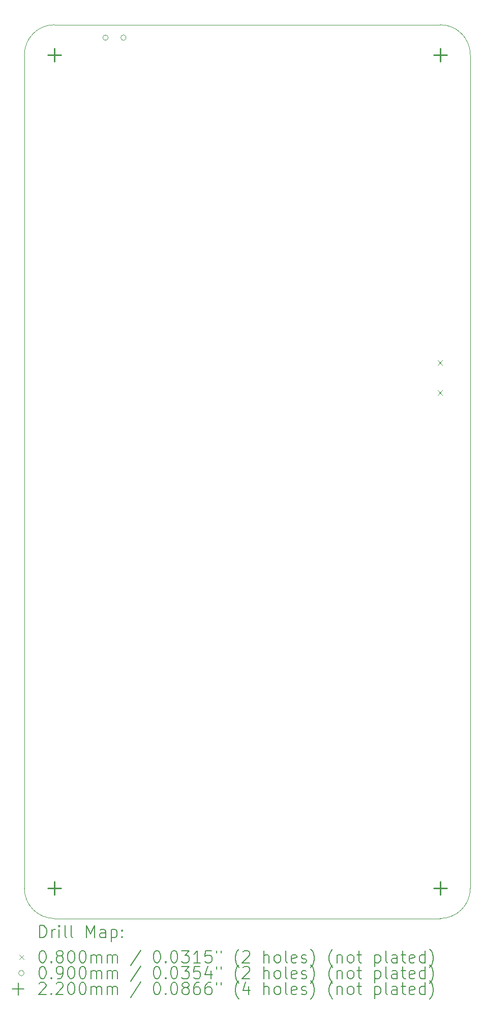
<source format=gbr>
%TF.GenerationSoftware,KiCad,Pcbnew,7.0.8*%
%TF.CreationDate,2023-10-29T23:59:53-04:00*%
%TF.ProjectId,SeniorDesign,53656e69-6f72-4446-9573-69676e2e6b69,rev?*%
%TF.SameCoordinates,Original*%
%TF.FileFunction,Drillmap*%
%TF.FilePolarity,Positive*%
%FSLAX45Y45*%
G04 Gerber Fmt 4.5, Leading zero omitted, Abs format (unit mm)*
G04 Created by KiCad (PCBNEW 7.0.8) date 2023-10-29 23:59:53*
%MOMM*%
%LPD*%
G01*
G04 APERTURE LIST*
%ADD10C,0.100000*%
%ADD11C,0.200000*%
%ADD12C,0.080000*%
%ADD13C,0.090000*%
%ADD14C,0.220000*%
G04 APERTURE END LIST*
D10*
X1975000Y-2400000D02*
X1975000Y-16275000D01*
X2475000Y-1900000D02*
G75*
G03*
X1975000Y-2400000I0J-500000D01*
G01*
X2475000Y-16775000D02*
X8900000Y-16775000D01*
X1975000Y-16275000D02*
G75*
G03*
X2475000Y-16775000I500000J0D01*
G01*
X9400000Y-2400000D02*
G75*
G03*
X8900000Y-1900000I-500000J0D01*
G01*
X8900000Y-16775000D02*
G75*
G03*
X9400000Y-16275000I0J500000D01*
G01*
X2475000Y-1900000D02*
X8900000Y-1900000D01*
X9400000Y-2400000D02*
X9400000Y-16275000D01*
D11*
D12*
X8854500Y-7485000D02*
X8934500Y-7565000D01*
X8934500Y-7485000D02*
X8854500Y-7565000D01*
X8854500Y-7985000D02*
X8934500Y-8065000D01*
X8934500Y-7985000D02*
X8854500Y-8065000D01*
D13*
X3370000Y-2114500D02*
G75*
G03*
X3370000Y-2114500I-45000J0D01*
G01*
X3670000Y-2114500D02*
G75*
G03*
X3670000Y-2114500I-45000J0D01*
G01*
D14*
X2475000Y-2290000D02*
X2475000Y-2510000D01*
X2365000Y-2400000D02*
X2585000Y-2400000D01*
X2475000Y-16165000D02*
X2475000Y-16385000D01*
X2365000Y-16275000D02*
X2585000Y-16275000D01*
X8900000Y-2290000D02*
X8900000Y-2510000D01*
X8790000Y-2400000D02*
X9010000Y-2400000D01*
X8900000Y-16165000D02*
X8900000Y-16385000D01*
X8790000Y-16275000D02*
X9010000Y-16275000D01*
D11*
X2230777Y-17091484D02*
X2230777Y-16891484D01*
X2230777Y-16891484D02*
X2278396Y-16891484D01*
X2278396Y-16891484D02*
X2306967Y-16901008D01*
X2306967Y-16901008D02*
X2326015Y-16920055D01*
X2326015Y-16920055D02*
X2335539Y-16939103D01*
X2335539Y-16939103D02*
X2345063Y-16977198D01*
X2345063Y-16977198D02*
X2345063Y-17005770D01*
X2345063Y-17005770D02*
X2335539Y-17043865D01*
X2335539Y-17043865D02*
X2326015Y-17062912D01*
X2326015Y-17062912D02*
X2306967Y-17081960D01*
X2306967Y-17081960D02*
X2278396Y-17091484D01*
X2278396Y-17091484D02*
X2230777Y-17091484D01*
X2430777Y-17091484D02*
X2430777Y-16958150D01*
X2430777Y-16996246D02*
X2440301Y-16977198D01*
X2440301Y-16977198D02*
X2449824Y-16967674D01*
X2449824Y-16967674D02*
X2468872Y-16958150D01*
X2468872Y-16958150D02*
X2487920Y-16958150D01*
X2554586Y-17091484D02*
X2554586Y-16958150D01*
X2554586Y-16891484D02*
X2545063Y-16901008D01*
X2545063Y-16901008D02*
X2554586Y-16910531D01*
X2554586Y-16910531D02*
X2564110Y-16901008D01*
X2564110Y-16901008D02*
X2554586Y-16891484D01*
X2554586Y-16891484D02*
X2554586Y-16910531D01*
X2678396Y-17091484D02*
X2659348Y-17081960D01*
X2659348Y-17081960D02*
X2649824Y-17062912D01*
X2649824Y-17062912D02*
X2649824Y-16891484D01*
X2783158Y-17091484D02*
X2764110Y-17081960D01*
X2764110Y-17081960D02*
X2754586Y-17062912D01*
X2754586Y-17062912D02*
X2754586Y-16891484D01*
X3011729Y-17091484D02*
X3011729Y-16891484D01*
X3011729Y-16891484D02*
X3078396Y-17034341D01*
X3078396Y-17034341D02*
X3145062Y-16891484D01*
X3145062Y-16891484D02*
X3145062Y-17091484D01*
X3326015Y-17091484D02*
X3326015Y-16986722D01*
X3326015Y-16986722D02*
X3316491Y-16967674D01*
X3316491Y-16967674D02*
X3297443Y-16958150D01*
X3297443Y-16958150D02*
X3259348Y-16958150D01*
X3259348Y-16958150D02*
X3240301Y-16967674D01*
X3326015Y-17081960D02*
X3306967Y-17091484D01*
X3306967Y-17091484D02*
X3259348Y-17091484D01*
X3259348Y-17091484D02*
X3240301Y-17081960D01*
X3240301Y-17081960D02*
X3230777Y-17062912D01*
X3230777Y-17062912D02*
X3230777Y-17043865D01*
X3230777Y-17043865D02*
X3240301Y-17024817D01*
X3240301Y-17024817D02*
X3259348Y-17015293D01*
X3259348Y-17015293D02*
X3306967Y-17015293D01*
X3306967Y-17015293D02*
X3326015Y-17005770D01*
X3421253Y-16958150D02*
X3421253Y-17158150D01*
X3421253Y-16967674D02*
X3440301Y-16958150D01*
X3440301Y-16958150D02*
X3478396Y-16958150D01*
X3478396Y-16958150D02*
X3497443Y-16967674D01*
X3497443Y-16967674D02*
X3506967Y-16977198D01*
X3506967Y-16977198D02*
X3516491Y-16996246D01*
X3516491Y-16996246D02*
X3516491Y-17053389D01*
X3516491Y-17053389D02*
X3506967Y-17072436D01*
X3506967Y-17072436D02*
X3497443Y-17081960D01*
X3497443Y-17081960D02*
X3478396Y-17091484D01*
X3478396Y-17091484D02*
X3440301Y-17091484D01*
X3440301Y-17091484D02*
X3421253Y-17081960D01*
X3602205Y-17072436D02*
X3611729Y-17081960D01*
X3611729Y-17081960D02*
X3602205Y-17091484D01*
X3602205Y-17091484D02*
X3592682Y-17081960D01*
X3592682Y-17081960D02*
X3602205Y-17072436D01*
X3602205Y-17072436D02*
X3602205Y-17091484D01*
X3602205Y-16967674D02*
X3611729Y-16977198D01*
X3611729Y-16977198D02*
X3602205Y-16986722D01*
X3602205Y-16986722D02*
X3592682Y-16977198D01*
X3592682Y-16977198D02*
X3602205Y-16967674D01*
X3602205Y-16967674D02*
X3602205Y-16986722D01*
D12*
X1890000Y-17380000D02*
X1970000Y-17460000D01*
X1970000Y-17380000D02*
X1890000Y-17460000D01*
D11*
X2268872Y-17311484D02*
X2287920Y-17311484D01*
X2287920Y-17311484D02*
X2306967Y-17321008D01*
X2306967Y-17321008D02*
X2316491Y-17330531D01*
X2316491Y-17330531D02*
X2326015Y-17349579D01*
X2326015Y-17349579D02*
X2335539Y-17387674D01*
X2335539Y-17387674D02*
X2335539Y-17435293D01*
X2335539Y-17435293D02*
X2326015Y-17473389D01*
X2326015Y-17473389D02*
X2316491Y-17492436D01*
X2316491Y-17492436D02*
X2306967Y-17501960D01*
X2306967Y-17501960D02*
X2287920Y-17511484D01*
X2287920Y-17511484D02*
X2268872Y-17511484D01*
X2268872Y-17511484D02*
X2249824Y-17501960D01*
X2249824Y-17501960D02*
X2240301Y-17492436D01*
X2240301Y-17492436D02*
X2230777Y-17473389D01*
X2230777Y-17473389D02*
X2221253Y-17435293D01*
X2221253Y-17435293D02*
X2221253Y-17387674D01*
X2221253Y-17387674D02*
X2230777Y-17349579D01*
X2230777Y-17349579D02*
X2240301Y-17330531D01*
X2240301Y-17330531D02*
X2249824Y-17321008D01*
X2249824Y-17321008D02*
X2268872Y-17311484D01*
X2421253Y-17492436D02*
X2430777Y-17501960D01*
X2430777Y-17501960D02*
X2421253Y-17511484D01*
X2421253Y-17511484D02*
X2411729Y-17501960D01*
X2411729Y-17501960D02*
X2421253Y-17492436D01*
X2421253Y-17492436D02*
X2421253Y-17511484D01*
X2545063Y-17397198D02*
X2526015Y-17387674D01*
X2526015Y-17387674D02*
X2516491Y-17378150D01*
X2516491Y-17378150D02*
X2506967Y-17359103D01*
X2506967Y-17359103D02*
X2506967Y-17349579D01*
X2506967Y-17349579D02*
X2516491Y-17330531D01*
X2516491Y-17330531D02*
X2526015Y-17321008D01*
X2526015Y-17321008D02*
X2545063Y-17311484D01*
X2545063Y-17311484D02*
X2583158Y-17311484D01*
X2583158Y-17311484D02*
X2602205Y-17321008D01*
X2602205Y-17321008D02*
X2611729Y-17330531D01*
X2611729Y-17330531D02*
X2621253Y-17349579D01*
X2621253Y-17349579D02*
X2621253Y-17359103D01*
X2621253Y-17359103D02*
X2611729Y-17378150D01*
X2611729Y-17378150D02*
X2602205Y-17387674D01*
X2602205Y-17387674D02*
X2583158Y-17397198D01*
X2583158Y-17397198D02*
X2545063Y-17397198D01*
X2545063Y-17397198D02*
X2526015Y-17406722D01*
X2526015Y-17406722D02*
X2516491Y-17416246D01*
X2516491Y-17416246D02*
X2506967Y-17435293D01*
X2506967Y-17435293D02*
X2506967Y-17473389D01*
X2506967Y-17473389D02*
X2516491Y-17492436D01*
X2516491Y-17492436D02*
X2526015Y-17501960D01*
X2526015Y-17501960D02*
X2545063Y-17511484D01*
X2545063Y-17511484D02*
X2583158Y-17511484D01*
X2583158Y-17511484D02*
X2602205Y-17501960D01*
X2602205Y-17501960D02*
X2611729Y-17492436D01*
X2611729Y-17492436D02*
X2621253Y-17473389D01*
X2621253Y-17473389D02*
X2621253Y-17435293D01*
X2621253Y-17435293D02*
X2611729Y-17416246D01*
X2611729Y-17416246D02*
X2602205Y-17406722D01*
X2602205Y-17406722D02*
X2583158Y-17397198D01*
X2745063Y-17311484D02*
X2764110Y-17311484D01*
X2764110Y-17311484D02*
X2783158Y-17321008D01*
X2783158Y-17321008D02*
X2792682Y-17330531D01*
X2792682Y-17330531D02*
X2802205Y-17349579D01*
X2802205Y-17349579D02*
X2811729Y-17387674D01*
X2811729Y-17387674D02*
X2811729Y-17435293D01*
X2811729Y-17435293D02*
X2802205Y-17473389D01*
X2802205Y-17473389D02*
X2792682Y-17492436D01*
X2792682Y-17492436D02*
X2783158Y-17501960D01*
X2783158Y-17501960D02*
X2764110Y-17511484D01*
X2764110Y-17511484D02*
X2745063Y-17511484D01*
X2745063Y-17511484D02*
X2726015Y-17501960D01*
X2726015Y-17501960D02*
X2716491Y-17492436D01*
X2716491Y-17492436D02*
X2706967Y-17473389D01*
X2706967Y-17473389D02*
X2697444Y-17435293D01*
X2697444Y-17435293D02*
X2697444Y-17387674D01*
X2697444Y-17387674D02*
X2706967Y-17349579D01*
X2706967Y-17349579D02*
X2716491Y-17330531D01*
X2716491Y-17330531D02*
X2726015Y-17321008D01*
X2726015Y-17321008D02*
X2745063Y-17311484D01*
X2935539Y-17311484D02*
X2954586Y-17311484D01*
X2954586Y-17311484D02*
X2973634Y-17321008D01*
X2973634Y-17321008D02*
X2983158Y-17330531D01*
X2983158Y-17330531D02*
X2992682Y-17349579D01*
X2992682Y-17349579D02*
X3002205Y-17387674D01*
X3002205Y-17387674D02*
X3002205Y-17435293D01*
X3002205Y-17435293D02*
X2992682Y-17473389D01*
X2992682Y-17473389D02*
X2983158Y-17492436D01*
X2983158Y-17492436D02*
X2973634Y-17501960D01*
X2973634Y-17501960D02*
X2954586Y-17511484D01*
X2954586Y-17511484D02*
X2935539Y-17511484D01*
X2935539Y-17511484D02*
X2916491Y-17501960D01*
X2916491Y-17501960D02*
X2906967Y-17492436D01*
X2906967Y-17492436D02*
X2897443Y-17473389D01*
X2897443Y-17473389D02*
X2887920Y-17435293D01*
X2887920Y-17435293D02*
X2887920Y-17387674D01*
X2887920Y-17387674D02*
X2897443Y-17349579D01*
X2897443Y-17349579D02*
X2906967Y-17330531D01*
X2906967Y-17330531D02*
X2916491Y-17321008D01*
X2916491Y-17321008D02*
X2935539Y-17311484D01*
X3087920Y-17511484D02*
X3087920Y-17378150D01*
X3087920Y-17397198D02*
X3097443Y-17387674D01*
X3097443Y-17387674D02*
X3116491Y-17378150D01*
X3116491Y-17378150D02*
X3145063Y-17378150D01*
X3145063Y-17378150D02*
X3164110Y-17387674D01*
X3164110Y-17387674D02*
X3173634Y-17406722D01*
X3173634Y-17406722D02*
X3173634Y-17511484D01*
X3173634Y-17406722D02*
X3183158Y-17387674D01*
X3183158Y-17387674D02*
X3202205Y-17378150D01*
X3202205Y-17378150D02*
X3230777Y-17378150D01*
X3230777Y-17378150D02*
X3249824Y-17387674D01*
X3249824Y-17387674D02*
X3259348Y-17406722D01*
X3259348Y-17406722D02*
X3259348Y-17511484D01*
X3354586Y-17511484D02*
X3354586Y-17378150D01*
X3354586Y-17397198D02*
X3364110Y-17387674D01*
X3364110Y-17387674D02*
X3383158Y-17378150D01*
X3383158Y-17378150D02*
X3411729Y-17378150D01*
X3411729Y-17378150D02*
X3430777Y-17387674D01*
X3430777Y-17387674D02*
X3440301Y-17406722D01*
X3440301Y-17406722D02*
X3440301Y-17511484D01*
X3440301Y-17406722D02*
X3449824Y-17387674D01*
X3449824Y-17387674D02*
X3468872Y-17378150D01*
X3468872Y-17378150D02*
X3497443Y-17378150D01*
X3497443Y-17378150D02*
X3516491Y-17387674D01*
X3516491Y-17387674D02*
X3526015Y-17406722D01*
X3526015Y-17406722D02*
X3526015Y-17511484D01*
X3916491Y-17301960D02*
X3745063Y-17559103D01*
X4173634Y-17311484D02*
X4192682Y-17311484D01*
X4192682Y-17311484D02*
X4211729Y-17321008D01*
X4211729Y-17321008D02*
X4221253Y-17330531D01*
X4221253Y-17330531D02*
X4230777Y-17349579D01*
X4230777Y-17349579D02*
X4240301Y-17387674D01*
X4240301Y-17387674D02*
X4240301Y-17435293D01*
X4240301Y-17435293D02*
X4230777Y-17473389D01*
X4230777Y-17473389D02*
X4221253Y-17492436D01*
X4221253Y-17492436D02*
X4211729Y-17501960D01*
X4211729Y-17501960D02*
X4192682Y-17511484D01*
X4192682Y-17511484D02*
X4173634Y-17511484D01*
X4173634Y-17511484D02*
X4154586Y-17501960D01*
X4154586Y-17501960D02*
X4145063Y-17492436D01*
X4145063Y-17492436D02*
X4135539Y-17473389D01*
X4135539Y-17473389D02*
X4126015Y-17435293D01*
X4126015Y-17435293D02*
X4126015Y-17387674D01*
X4126015Y-17387674D02*
X4135539Y-17349579D01*
X4135539Y-17349579D02*
X4145063Y-17330531D01*
X4145063Y-17330531D02*
X4154586Y-17321008D01*
X4154586Y-17321008D02*
X4173634Y-17311484D01*
X4326015Y-17492436D02*
X4335539Y-17501960D01*
X4335539Y-17501960D02*
X4326015Y-17511484D01*
X4326015Y-17511484D02*
X4316491Y-17501960D01*
X4316491Y-17501960D02*
X4326015Y-17492436D01*
X4326015Y-17492436D02*
X4326015Y-17511484D01*
X4459348Y-17311484D02*
X4478396Y-17311484D01*
X4478396Y-17311484D02*
X4497444Y-17321008D01*
X4497444Y-17321008D02*
X4506968Y-17330531D01*
X4506968Y-17330531D02*
X4516491Y-17349579D01*
X4516491Y-17349579D02*
X4526015Y-17387674D01*
X4526015Y-17387674D02*
X4526015Y-17435293D01*
X4526015Y-17435293D02*
X4516491Y-17473389D01*
X4516491Y-17473389D02*
X4506968Y-17492436D01*
X4506968Y-17492436D02*
X4497444Y-17501960D01*
X4497444Y-17501960D02*
X4478396Y-17511484D01*
X4478396Y-17511484D02*
X4459348Y-17511484D01*
X4459348Y-17511484D02*
X4440301Y-17501960D01*
X4440301Y-17501960D02*
X4430777Y-17492436D01*
X4430777Y-17492436D02*
X4421253Y-17473389D01*
X4421253Y-17473389D02*
X4411729Y-17435293D01*
X4411729Y-17435293D02*
X4411729Y-17387674D01*
X4411729Y-17387674D02*
X4421253Y-17349579D01*
X4421253Y-17349579D02*
X4430777Y-17330531D01*
X4430777Y-17330531D02*
X4440301Y-17321008D01*
X4440301Y-17321008D02*
X4459348Y-17311484D01*
X4592682Y-17311484D02*
X4716491Y-17311484D01*
X4716491Y-17311484D02*
X4649825Y-17387674D01*
X4649825Y-17387674D02*
X4678396Y-17387674D01*
X4678396Y-17387674D02*
X4697444Y-17397198D01*
X4697444Y-17397198D02*
X4706968Y-17406722D01*
X4706968Y-17406722D02*
X4716491Y-17425770D01*
X4716491Y-17425770D02*
X4716491Y-17473389D01*
X4716491Y-17473389D02*
X4706968Y-17492436D01*
X4706968Y-17492436D02*
X4697444Y-17501960D01*
X4697444Y-17501960D02*
X4678396Y-17511484D01*
X4678396Y-17511484D02*
X4621253Y-17511484D01*
X4621253Y-17511484D02*
X4602206Y-17501960D01*
X4602206Y-17501960D02*
X4592682Y-17492436D01*
X4906968Y-17511484D02*
X4792682Y-17511484D01*
X4849825Y-17511484D02*
X4849825Y-17311484D01*
X4849825Y-17311484D02*
X4830777Y-17340055D01*
X4830777Y-17340055D02*
X4811729Y-17359103D01*
X4811729Y-17359103D02*
X4792682Y-17368627D01*
X5087920Y-17311484D02*
X4992682Y-17311484D01*
X4992682Y-17311484D02*
X4983158Y-17406722D01*
X4983158Y-17406722D02*
X4992682Y-17397198D01*
X4992682Y-17397198D02*
X5011729Y-17387674D01*
X5011729Y-17387674D02*
X5059349Y-17387674D01*
X5059349Y-17387674D02*
X5078396Y-17397198D01*
X5078396Y-17397198D02*
X5087920Y-17406722D01*
X5087920Y-17406722D02*
X5097444Y-17425770D01*
X5097444Y-17425770D02*
X5097444Y-17473389D01*
X5097444Y-17473389D02*
X5087920Y-17492436D01*
X5087920Y-17492436D02*
X5078396Y-17501960D01*
X5078396Y-17501960D02*
X5059349Y-17511484D01*
X5059349Y-17511484D02*
X5011729Y-17511484D01*
X5011729Y-17511484D02*
X4992682Y-17501960D01*
X4992682Y-17501960D02*
X4983158Y-17492436D01*
X5173634Y-17311484D02*
X5173634Y-17349579D01*
X5249825Y-17311484D02*
X5249825Y-17349579D01*
X5545063Y-17587674D02*
X5535539Y-17578150D01*
X5535539Y-17578150D02*
X5516491Y-17549579D01*
X5516491Y-17549579D02*
X5506968Y-17530531D01*
X5506968Y-17530531D02*
X5497444Y-17501960D01*
X5497444Y-17501960D02*
X5487920Y-17454341D01*
X5487920Y-17454341D02*
X5487920Y-17416246D01*
X5487920Y-17416246D02*
X5497444Y-17368627D01*
X5497444Y-17368627D02*
X5506968Y-17340055D01*
X5506968Y-17340055D02*
X5516491Y-17321008D01*
X5516491Y-17321008D02*
X5535539Y-17292436D01*
X5535539Y-17292436D02*
X5545063Y-17282912D01*
X5611729Y-17330531D02*
X5621253Y-17321008D01*
X5621253Y-17321008D02*
X5640301Y-17311484D01*
X5640301Y-17311484D02*
X5687920Y-17311484D01*
X5687920Y-17311484D02*
X5706968Y-17321008D01*
X5706968Y-17321008D02*
X5716491Y-17330531D01*
X5716491Y-17330531D02*
X5726015Y-17349579D01*
X5726015Y-17349579D02*
X5726015Y-17368627D01*
X5726015Y-17368627D02*
X5716491Y-17397198D01*
X5716491Y-17397198D02*
X5602206Y-17511484D01*
X5602206Y-17511484D02*
X5726015Y-17511484D01*
X5964110Y-17511484D02*
X5964110Y-17311484D01*
X6049825Y-17511484D02*
X6049825Y-17406722D01*
X6049825Y-17406722D02*
X6040301Y-17387674D01*
X6040301Y-17387674D02*
X6021253Y-17378150D01*
X6021253Y-17378150D02*
X5992682Y-17378150D01*
X5992682Y-17378150D02*
X5973634Y-17387674D01*
X5973634Y-17387674D02*
X5964110Y-17397198D01*
X6173634Y-17511484D02*
X6154587Y-17501960D01*
X6154587Y-17501960D02*
X6145063Y-17492436D01*
X6145063Y-17492436D02*
X6135539Y-17473389D01*
X6135539Y-17473389D02*
X6135539Y-17416246D01*
X6135539Y-17416246D02*
X6145063Y-17397198D01*
X6145063Y-17397198D02*
X6154587Y-17387674D01*
X6154587Y-17387674D02*
X6173634Y-17378150D01*
X6173634Y-17378150D02*
X6202206Y-17378150D01*
X6202206Y-17378150D02*
X6221253Y-17387674D01*
X6221253Y-17387674D02*
X6230777Y-17397198D01*
X6230777Y-17397198D02*
X6240301Y-17416246D01*
X6240301Y-17416246D02*
X6240301Y-17473389D01*
X6240301Y-17473389D02*
X6230777Y-17492436D01*
X6230777Y-17492436D02*
X6221253Y-17501960D01*
X6221253Y-17501960D02*
X6202206Y-17511484D01*
X6202206Y-17511484D02*
X6173634Y-17511484D01*
X6354587Y-17511484D02*
X6335539Y-17501960D01*
X6335539Y-17501960D02*
X6326015Y-17482912D01*
X6326015Y-17482912D02*
X6326015Y-17311484D01*
X6506968Y-17501960D02*
X6487920Y-17511484D01*
X6487920Y-17511484D02*
X6449825Y-17511484D01*
X6449825Y-17511484D02*
X6430777Y-17501960D01*
X6430777Y-17501960D02*
X6421253Y-17482912D01*
X6421253Y-17482912D02*
X6421253Y-17406722D01*
X6421253Y-17406722D02*
X6430777Y-17387674D01*
X6430777Y-17387674D02*
X6449825Y-17378150D01*
X6449825Y-17378150D02*
X6487920Y-17378150D01*
X6487920Y-17378150D02*
X6506968Y-17387674D01*
X6506968Y-17387674D02*
X6516491Y-17406722D01*
X6516491Y-17406722D02*
X6516491Y-17425770D01*
X6516491Y-17425770D02*
X6421253Y-17444817D01*
X6592682Y-17501960D02*
X6611730Y-17511484D01*
X6611730Y-17511484D02*
X6649825Y-17511484D01*
X6649825Y-17511484D02*
X6668872Y-17501960D01*
X6668872Y-17501960D02*
X6678396Y-17482912D01*
X6678396Y-17482912D02*
X6678396Y-17473389D01*
X6678396Y-17473389D02*
X6668872Y-17454341D01*
X6668872Y-17454341D02*
X6649825Y-17444817D01*
X6649825Y-17444817D02*
X6621253Y-17444817D01*
X6621253Y-17444817D02*
X6602206Y-17435293D01*
X6602206Y-17435293D02*
X6592682Y-17416246D01*
X6592682Y-17416246D02*
X6592682Y-17406722D01*
X6592682Y-17406722D02*
X6602206Y-17387674D01*
X6602206Y-17387674D02*
X6621253Y-17378150D01*
X6621253Y-17378150D02*
X6649825Y-17378150D01*
X6649825Y-17378150D02*
X6668872Y-17387674D01*
X6745063Y-17587674D02*
X6754587Y-17578150D01*
X6754587Y-17578150D02*
X6773634Y-17549579D01*
X6773634Y-17549579D02*
X6783158Y-17530531D01*
X6783158Y-17530531D02*
X6792682Y-17501960D01*
X6792682Y-17501960D02*
X6802206Y-17454341D01*
X6802206Y-17454341D02*
X6802206Y-17416246D01*
X6802206Y-17416246D02*
X6792682Y-17368627D01*
X6792682Y-17368627D02*
X6783158Y-17340055D01*
X6783158Y-17340055D02*
X6773634Y-17321008D01*
X6773634Y-17321008D02*
X6754587Y-17292436D01*
X6754587Y-17292436D02*
X6745063Y-17282912D01*
X7106968Y-17587674D02*
X7097444Y-17578150D01*
X7097444Y-17578150D02*
X7078396Y-17549579D01*
X7078396Y-17549579D02*
X7068872Y-17530531D01*
X7068872Y-17530531D02*
X7059349Y-17501960D01*
X7059349Y-17501960D02*
X7049825Y-17454341D01*
X7049825Y-17454341D02*
X7049825Y-17416246D01*
X7049825Y-17416246D02*
X7059349Y-17368627D01*
X7059349Y-17368627D02*
X7068872Y-17340055D01*
X7068872Y-17340055D02*
X7078396Y-17321008D01*
X7078396Y-17321008D02*
X7097444Y-17292436D01*
X7097444Y-17292436D02*
X7106968Y-17282912D01*
X7183158Y-17378150D02*
X7183158Y-17511484D01*
X7183158Y-17397198D02*
X7192682Y-17387674D01*
X7192682Y-17387674D02*
X7211730Y-17378150D01*
X7211730Y-17378150D02*
X7240301Y-17378150D01*
X7240301Y-17378150D02*
X7259349Y-17387674D01*
X7259349Y-17387674D02*
X7268872Y-17406722D01*
X7268872Y-17406722D02*
X7268872Y-17511484D01*
X7392682Y-17511484D02*
X7373634Y-17501960D01*
X7373634Y-17501960D02*
X7364111Y-17492436D01*
X7364111Y-17492436D02*
X7354587Y-17473389D01*
X7354587Y-17473389D02*
X7354587Y-17416246D01*
X7354587Y-17416246D02*
X7364111Y-17397198D01*
X7364111Y-17397198D02*
X7373634Y-17387674D01*
X7373634Y-17387674D02*
X7392682Y-17378150D01*
X7392682Y-17378150D02*
X7421253Y-17378150D01*
X7421253Y-17378150D02*
X7440301Y-17387674D01*
X7440301Y-17387674D02*
X7449825Y-17397198D01*
X7449825Y-17397198D02*
X7459349Y-17416246D01*
X7459349Y-17416246D02*
X7459349Y-17473389D01*
X7459349Y-17473389D02*
X7449825Y-17492436D01*
X7449825Y-17492436D02*
X7440301Y-17501960D01*
X7440301Y-17501960D02*
X7421253Y-17511484D01*
X7421253Y-17511484D02*
X7392682Y-17511484D01*
X7516492Y-17378150D02*
X7592682Y-17378150D01*
X7545063Y-17311484D02*
X7545063Y-17482912D01*
X7545063Y-17482912D02*
X7554587Y-17501960D01*
X7554587Y-17501960D02*
X7573634Y-17511484D01*
X7573634Y-17511484D02*
X7592682Y-17511484D01*
X7811730Y-17378150D02*
X7811730Y-17578150D01*
X7811730Y-17387674D02*
X7830777Y-17378150D01*
X7830777Y-17378150D02*
X7868873Y-17378150D01*
X7868873Y-17378150D02*
X7887920Y-17387674D01*
X7887920Y-17387674D02*
X7897444Y-17397198D01*
X7897444Y-17397198D02*
X7906968Y-17416246D01*
X7906968Y-17416246D02*
X7906968Y-17473389D01*
X7906968Y-17473389D02*
X7897444Y-17492436D01*
X7897444Y-17492436D02*
X7887920Y-17501960D01*
X7887920Y-17501960D02*
X7868873Y-17511484D01*
X7868873Y-17511484D02*
X7830777Y-17511484D01*
X7830777Y-17511484D02*
X7811730Y-17501960D01*
X8021253Y-17511484D02*
X8002206Y-17501960D01*
X8002206Y-17501960D02*
X7992682Y-17482912D01*
X7992682Y-17482912D02*
X7992682Y-17311484D01*
X8183158Y-17511484D02*
X8183158Y-17406722D01*
X8183158Y-17406722D02*
X8173634Y-17387674D01*
X8173634Y-17387674D02*
X8154587Y-17378150D01*
X8154587Y-17378150D02*
X8116492Y-17378150D01*
X8116492Y-17378150D02*
X8097444Y-17387674D01*
X8183158Y-17501960D02*
X8164111Y-17511484D01*
X8164111Y-17511484D02*
X8116492Y-17511484D01*
X8116492Y-17511484D02*
X8097444Y-17501960D01*
X8097444Y-17501960D02*
X8087920Y-17482912D01*
X8087920Y-17482912D02*
X8087920Y-17463865D01*
X8087920Y-17463865D02*
X8097444Y-17444817D01*
X8097444Y-17444817D02*
X8116492Y-17435293D01*
X8116492Y-17435293D02*
X8164111Y-17435293D01*
X8164111Y-17435293D02*
X8183158Y-17425770D01*
X8249825Y-17378150D02*
X8326015Y-17378150D01*
X8278396Y-17311484D02*
X8278396Y-17482912D01*
X8278396Y-17482912D02*
X8287920Y-17501960D01*
X8287920Y-17501960D02*
X8306968Y-17511484D01*
X8306968Y-17511484D02*
X8326015Y-17511484D01*
X8468873Y-17501960D02*
X8449825Y-17511484D01*
X8449825Y-17511484D02*
X8411730Y-17511484D01*
X8411730Y-17511484D02*
X8392682Y-17501960D01*
X8392682Y-17501960D02*
X8383158Y-17482912D01*
X8383158Y-17482912D02*
X8383158Y-17406722D01*
X8383158Y-17406722D02*
X8392682Y-17387674D01*
X8392682Y-17387674D02*
X8411730Y-17378150D01*
X8411730Y-17378150D02*
X8449825Y-17378150D01*
X8449825Y-17378150D02*
X8468873Y-17387674D01*
X8468873Y-17387674D02*
X8478396Y-17406722D01*
X8478396Y-17406722D02*
X8478396Y-17425770D01*
X8478396Y-17425770D02*
X8383158Y-17444817D01*
X8649825Y-17511484D02*
X8649825Y-17311484D01*
X8649825Y-17501960D02*
X8630777Y-17511484D01*
X8630777Y-17511484D02*
X8592682Y-17511484D01*
X8592682Y-17511484D02*
X8573635Y-17501960D01*
X8573635Y-17501960D02*
X8564111Y-17492436D01*
X8564111Y-17492436D02*
X8554587Y-17473389D01*
X8554587Y-17473389D02*
X8554587Y-17416246D01*
X8554587Y-17416246D02*
X8564111Y-17397198D01*
X8564111Y-17397198D02*
X8573635Y-17387674D01*
X8573635Y-17387674D02*
X8592682Y-17378150D01*
X8592682Y-17378150D02*
X8630777Y-17378150D01*
X8630777Y-17378150D02*
X8649825Y-17387674D01*
X8726016Y-17587674D02*
X8735539Y-17578150D01*
X8735539Y-17578150D02*
X8754587Y-17549579D01*
X8754587Y-17549579D02*
X8764111Y-17530531D01*
X8764111Y-17530531D02*
X8773635Y-17501960D01*
X8773635Y-17501960D02*
X8783158Y-17454341D01*
X8783158Y-17454341D02*
X8783158Y-17416246D01*
X8783158Y-17416246D02*
X8773635Y-17368627D01*
X8773635Y-17368627D02*
X8764111Y-17340055D01*
X8764111Y-17340055D02*
X8754587Y-17321008D01*
X8754587Y-17321008D02*
X8735539Y-17292436D01*
X8735539Y-17292436D02*
X8726016Y-17282912D01*
D13*
X1970000Y-17684000D02*
G75*
G03*
X1970000Y-17684000I-45000J0D01*
G01*
D11*
X2268872Y-17575484D02*
X2287920Y-17575484D01*
X2287920Y-17575484D02*
X2306967Y-17585008D01*
X2306967Y-17585008D02*
X2316491Y-17594531D01*
X2316491Y-17594531D02*
X2326015Y-17613579D01*
X2326015Y-17613579D02*
X2335539Y-17651674D01*
X2335539Y-17651674D02*
X2335539Y-17699293D01*
X2335539Y-17699293D02*
X2326015Y-17737389D01*
X2326015Y-17737389D02*
X2316491Y-17756436D01*
X2316491Y-17756436D02*
X2306967Y-17765960D01*
X2306967Y-17765960D02*
X2287920Y-17775484D01*
X2287920Y-17775484D02*
X2268872Y-17775484D01*
X2268872Y-17775484D02*
X2249824Y-17765960D01*
X2249824Y-17765960D02*
X2240301Y-17756436D01*
X2240301Y-17756436D02*
X2230777Y-17737389D01*
X2230777Y-17737389D02*
X2221253Y-17699293D01*
X2221253Y-17699293D02*
X2221253Y-17651674D01*
X2221253Y-17651674D02*
X2230777Y-17613579D01*
X2230777Y-17613579D02*
X2240301Y-17594531D01*
X2240301Y-17594531D02*
X2249824Y-17585008D01*
X2249824Y-17585008D02*
X2268872Y-17575484D01*
X2421253Y-17756436D02*
X2430777Y-17765960D01*
X2430777Y-17765960D02*
X2421253Y-17775484D01*
X2421253Y-17775484D02*
X2411729Y-17765960D01*
X2411729Y-17765960D02*
X2421253Y-17756436D01*
X2421253Y-17756436D02*
X2421253Y-17775484D01*
X2526015Y-17775484D02*
X2564110Y-17775484D01*
X2564110Y-17775484D02*
X2583158Y-17765960D01*
X2583158Y-17765960D02*
X2592682Y-17756436D01*
X2592682Y-17756436D02*
X2611729Y-17727865D01*
X2611729Y-17727865D02*
X2621253Y-17689770D01*
X2621253Y-17689770D02*
X2621253Y-17613579D01*
X2621253Y-17613579D02*
X2611729Y-17594531D01*
X2611729Y-17594531D02*
X2602205Y-17585008D01*
X2602205Y-17585008D02*
X2583158Y-17575484D01*
X2583158Y-17575484D02*
X2545063Y-17575484D01*
X2545063Y-17575484D02*
X2526015Y-17585008D01*
X2526015Y-17585008D02*
X2516491Y-17594531D01*
X2516491Y-17594531D02*
X2506967Y-17613579D01*
X2506967Y-17613579D02*
X2506967Y-17661198D01*
X2506967Y-17661198D02*
X2516491Y-17680246D01*
X2516491Y-17680246D02*
X2526015Y-17689770D01*
X2526015Y-17689770D02*
X2545063Y-17699293D01*
X2545063Y-17699293D02*
X2583158Y-17699293D01*
X2583158Y-17699293D02*
X2602205Y-17689770D01*
X2602205Y-17689770D02*
X2611729Y-17680246D01*
X2611729Y-17680246D02*
X2621253Y-17661198D01*
X2745063Y-17575484D02*
X2764110Y-17575484D01*
X2764110Y-17575484D02*
X2783158Y-17585008D01*
X2783158Y-17585008D02*
X2792682Y-17594531D01*
X2792682Y-17594531D02*
X2802205Y-17613579D01*
X2802205Y-17613579D02*
X2811729Y-17651674D01*
X2811729Y-17651674D02*
X2811729Y-17699293D01*
X2811729Y-17699293D02*
X2802205Y-17737389D01*
X2802205Y-17737389D02*
X2792682Y-17756436D01*
X2792682Y-17756436D02*
X2783158Y-17765960D01*
X2783158Y-17765960D02*
X2764110Y-17775484D01*
X2764110Y-17775484D02*
X2745063Y-17775484D01*
X2745063Y-17775484D02*
X2726015Y-17765960D01*
X2726015Y-17765960D02*
X2716491Y-17756436D01*
X2716491Y-17756436D02*
X2706967Y-17737389D01*
X2706967Y-17737389D02*
X2697444Y-17699293D01*
X2697444Y-17699293D02*
X2697444Y-17651674D01*
X2697444Y-17651674D02*
X2706967Y-17613579D01*
X2706967Y-17613579D02*
X2716491Y-17594531D01*
X2716491Y-17594531D02*
X2726015Y-17585008D01*
X2726015Y-17585008D02*
X2745063Y-17575484D01*
X2935539Y-17575484D02*
X2954586Y-17575484D01*
X2954586Y-17575484D02*
X2973634Y-17585008D01*
X2973634Y-17585008D02*
X2983158Y-17594531D01*
X2983158Y-17594531D02*
X2992682Y-17613579D01*
X2992682Y-17613579D02*
X3002205Y-17651674D01*
X3002205Y-17651674D02*
X3002205Y-17699293D01*
X3002205Y-17699293D02*
X2992682Y-17737389D01*
X2992682Y-17737389D02*
X2983158Y-17756436D01*
X2983158Y-17756436D02*
X2973634Y-17765960D01*
X2973634Y-17765960D02*
X2954586Y-17775484D01*
X2954586Y-17775484D02*
X2935539Y-17775484D01*
X2935539Y-17775484D02*
X2916491Y-17765960D01*
X2916491Y-17765960D02*
X2906967Y-17756436D01*
X2906967Y-17756436D02*
X2897443Y-17737389D01*
X2897443Y-17737389D02*
X2887920Y-17699293D01*
X2887920Y-17699293D02*
X2887920Y-17651674D01*
X2887920Y-17651674D02*
X2897443Y-17613579D01*
X2897443Y-17613579D02*
X2906967Y-17594531D01*
X2906967Y-17594531D02*
X2916491Y-17585008D01*
X2916491Y-17585008D02*
X2935539Y-17575484D01*
X3087920Y-17775484D02*
X3087920Y-17642150D01*
X3087920Y-17661198D02*
X3097443Y-17651674D01*
X3097443Y-17651674D02*
X3116491Y-17642150D01*
X3116491Y-17642150D02*
X3145063Y-17642150D01*
X3145063Y-17642150D02*
X3164110Y-17651674D01*
X3164110Y-17651674D02*
X3173634Y-17670722D01*
X3173634Y-17670722D02*
X3173634Y-17775484D01*
X3173634Y-17670722D02*
X3183158Y-17651674D01*
X3183158Y-17651674D02*
X3202205Y-17642150D01*
X3202205Y-17642150D02*
X3230777Y-17642150D01*
X3230777Y-17642150D02*
X3249824Y-17651674D01*
X3249824Y-17651674D02*
X3259348Y-17670722D01*
X3259348Y-17670722D02*
X3259348Y-17775484D01*
X3354586Y-17775484D02*
X3354586Y-17642150D01*
X3354586Y-17661198D02*
X3364110Y-17651674D01*
X3364110Y-17651674D02*
X3383158Y-17642150D01*
X3383158Y-17642150D02*
X3411729Y-17642150D01*
X3411729Y-17642150D02*
X3430777Y-17651674D01*
X3430777Y-17651674D02*
X3440301Y-17670722D01*
X3440301Y-17670722D02*
X3440301Y-17775484D01*
X3440301Y-17670722D02*
X3449824Y-17651674D01*
X3449824Y-17651674D02*
X3468872Y-17642150D01*
X3468872Y-17642150D02*
X3497443Y-17642150D01*
X3497443Y-17642150D02*
X3516491Y-17651674D01*
X3516491Y-17651674D02*
X3526015Y-17670722D01*
X3526015Y-17670722D02*
X3526015Y-17775484D01*
X3916491Y-17565960D02*
X3745063Y-17823103D01*
X4173634Y-17575484D02*
X4192682Y-17575484D01*
X4192682Y-17575484D02*
X4211729Y-17585008D01*
X4211729Y-17585008D02*
X4221253Y-17594531D01*
X4221253Y-17594531D02*
X4230777Y-17613579D01*
X4230777Y-17613579D02*
X4240301Y-17651674D01*
X4240301Y-17651674D02*
X4240301Y-17699293D01*
X4240301Y-17699293D02*
X4230777Y-17737389D01*
X4230777Y-17737389D02*
X4221253Y-17756436D01*
X4221253Y-17756436D02*
X4211729Y-17765960D01*
X4211729Y-17765960D02*
X4192682Y-17775484D01*
X4192682Y-17775484D02*
X4173634Y-17775484D01*
X4173634Y-17775484D02*
X4154586Y-17765960D01*
X4154586Y-17765960D02*
X4145063Y-17756436D01*
X4145063Y-17756436D02*
X4135539Y-17737389D01*
X4135539Y-17737389D02*
X4126015Y-17699293D01*
X4126015Y-17699293D02*
X4126015Y-17651674D01*
X4126015Y-17651674D02*
X4135539Y-17613579D01*
X4135539Y-17613579D02*
X4145063Y-17594531D01*
X4145063Y-17594531D02*
X4154586Y-17585008D01*
X4154586Y-17585008D02*
X4173634Y-17575484D01*
X4326015Y-17756436D02*
X4335539Y-17765960D01*
X4335539Y-17765960D02*
X4326015Y-17775484D01*
X4326015Y-17775484D02*
X4316491Y-17765960D01*
X4316491Y-17765960D02*
X4326015Y-17756436D01*
X4326015Y-17756436D02*
X4326015Y-17775484D01*
X4459348Y-17575484D02*
X4478396Y-17575484D01*
X4478396Y-17575484D02*
X4497444Y-17585008D01*
X4497444Y-17585008D02*
X4506968Y-17594531D01*
X4506968Y-17594531D02*
X4516491Y-17613579D01*
X4516491Y-17613579D02*
X4526015Y-17651674D01*
X4526015Y-17651674D02*
X4526015Y-17699293D01*
X4526015Y-17699293D02*
X4516491Y-17737389D01*
X4516491Y-17737389D02*
X4506968Y-17756436D01*
X4506968Y-17756436D02*
X4497444Y-17765960D01*
X4497444Y-17765960D02*
X4478396Y-17775484D01*
X4478396Y-17775484D02*
X4459348Y-17775484D01*
X4459348Y-17775484D02*
X4440301Y-17765960D01*
X4440301Y-17765960D02*
X4430777Y-17756436D01*
X4430777Y-17756436D02*
X4421253Y-17737389D01*
X4421253Y-17737389D02*
X4411729Y-17699293D01*
X4411729Y-17699293D02*
X4411729Y-17651674D01*
X4411729Y-17651674D02*
X4421253Y-17613579D01*
X4421253Y-17613579D02*
X4430777Y-17594531D01*
X4430777Y-17594531D02*
X4440301Y-17585008D01*
X4440301Y-17585008D02*
X4459348Y-17575484D01*
X4592682Y-17575484D02*
X4716491Y-17575484D01*
X4716491Y-17575484D02*
X4649825Y-17651674D01*
X4649825Y-17651674D02*
X4678396Y-17651674D01*
X4678396Y-17651674D02*
X4697444Y-17661198D01*
X4697444Y-17661198D02*
X4706968Y-17670722D01*
X4706968Y-17670722D02*
X4716491Y-17689770D01*
X4716491Y-17689770D02*
X4716491Y-17737389D01*
X4716491Y-17737389D02*
X4706968Y-17756436D01*
X4706968Y-17756436D02*
X4697444Y-17765960D01*
X4697444Y-17765960D02*
X4678396Y-17775484D01*
X4678396Y-17775484D02*
X4621253Y-17775484D01*
X4621253Y-17775484D02*
X4602206Y-17765960D01*
X4602206Y-17765960D02*
X4592682Y-17756436D01*
X4897444Y-17575484D02*
X4802206Y-17575484D01*
X4802206Y-17575484D02*
X4792682Y-17670722D01*
X4792682Y-17670722D02*
X4802206Y-17661198D01*
X4802206Y-17661198D02*
X4821253Y-17651674D01*
X4821253Y-17651674D02*
X4868872Y-17651674D01*
X4868872Y-17651674D02*
X4887920Y-17661198D01*
X4887920Y-17661198D02*
X4897444Y-17670722D01*
X4897444Y-17670722D02*
X4906968Y-17689770D01*
X4906968Y-17689770D02*
X4906968Y-17737389D01*
X4906968Y-17737389D02*
X4897444Y-17756436D01*
X4897444Y-17756436D02*
X4887920Y-17765960D01*
X4887920Y-17765960D02*
X4868872Y-17775484D01*
X4868872Y-17775484D02*
X4821253Y-17775484D01*
X4821253Y-17775484D02*
X4802206Y-17765960D01*
X4802206Y-17765960D02*
X4792682Y-17756436D01*
X5078396Y-17642150D02*
X5078396Y-17775484D01*
X5030777Y-17565960D02*
X4983158Y-17708817D01*
X4983158Y-17708817D02*
X5106968Y-17708817D01*
X5173634Y-17575484D02*
X5173634Y-17613579D01*
X5249825Y-17575484D02*
X5249825Y-17613579D01*
X5545063Y-17851674D02*
X5535539Y-17842150D01*
X5535539Y-17842150D02*
X5516491Y-17813579D01*
X5516491Y-17813579D02*
X5506968Y-17794531D01*
X5506968Y-17794531D02*
X5497444Y-17765960D01*
X5497444Y-17765960D02*
X5487920Y-17718341D01*
X5487920Y-17718341D02*
X5487920Y-17680246D01*
X5487920Y-17680246D02*
X5497444Y-17632627D01*
X5497444Y-17632627D02*
X5506968Y-17604055D01*
X5506968Y-17604055D02*
X5516491Y-17585008D01*
X5516491Y-17585008D02*
X5535539Y-17556436D01*
X5535539Y-17556436D02*
X5545063Y-17546912D01*
X5611729Y-17594531D02*
X5621253Y-17585008D01*
X5621253Y-17585008D02*
X5640301Y-17575484D01*
X5640301Y-17575484D02*
X5687920Y-17575484D01*
X5687920Y-17575484D02*
X5706968Y-17585008D01*
X5706968Y-17585008D02*
X5716491Y-17594531D01*
X5716491Y-17594531D02*
X5726015Y-17613579D01*
X5726015Y-17613579D02*
X5726015Y-17632627D01*
X5726015Y-17632627D02*
X5716491Y-17661198D01*
X5716491Y-17661198D02*
X5602206Y-17775484D01*
X5602206Y-17775484D02*
X5726015Y-17775484D01*
X5964110Y-17775484D02*
X5964110Y-17575484D01*
X6049825Y-17775484D02*
X6049825Y-17670722D01*
X6049825Y-17670722D02*
X6040301Y-17651674D01*
X6040301Y-17651674D02*
X6021253Y-17642150D01*
X6021253Y-17642150D02*
X5992682Y-17642150D01*
X5992682Y-17642150D02*
X5973634Y-17651674D01*
X5973634Y-17651674D02*
X5964110Y-17661198D01*
X6173634Y-17775484D02*
X6154587Y-17765960D01*
X6154587Y-17765960D02*
X6145063Y-17756436D01*
X6145063Y-17756436D02*
X6135539Y-17737389D01*
X6135539Y-17737389D02*
X6135539Y-17680246D01*
X6135539Y-17680246D02*
X6145063Y-17661198D01*
X6145063Y-17661198D02*
X6154587Y-17651674D01*
X6154587Y-17651674D02*
X6173634Y-17642150D01*
X6173634Y-17642150D02*
X6202206Y-17642150D01*
X6202206Y-17642150D02*
X6221253Y-17651674D01*
X6221253Y-17651674D02*
X6230777Y-17661198D01*
X6230777Y-17661198D02*
X6240301Y-17680246D01*
X6240301Y-17680246D02*
X6240301Y-17737389D01*
X6240301Y-17737389D02*
X6230777Y-17756436D01*
X6230777Y-17756436D02*
X6221253Y-17765960D01*
X6221253Y-17765960D02*
X6202206Y-17775484D01*
X6202206Y-17775484D02*
X6173634Y-17775484D01*
X6354587Y-17775484D02*
X6335539Y-17765960D01*
X6335539Y-17765960D02*
X6326015Y-17746912D01*
X6326015Y-17746912D02*
X6326015Y-17575484D01*
X6506968Y-17765960D02*
X6487920Y-17775484D01*
X6487920Y-17775484D02*
X6449825Y-17775484D01*
X6449825Y-17775484D02*
X6430777Y-17765960D01*
X6430777Y-17765960D02*
X6421253Y-17746912D01*
X6421253Y-17746912D02*
X6421253Y-17670722D01*
X6421253Y-17670722D02*
X6430777Y-17651674D01*
X6430777Y-17651674D02*
X6449825Y-17642150D01*
X6449825Y-17642150D02*
X6487920Y-17642150D01*
X6487920Y-17642150D02*
X6506968Y-17651674D01*
X6506968Y-17651674D02*
X6516491Y-17670722D01*
X6516491Y-17670722D02*
X6516491Y-17689770D01*
X6516491Y-17689770D02*
X6421253Y-17708817D01*
X6592682Y-17765960D02*
X6611730Y-17775484D01*
X6611730Y-17775484D02*
X6649825Y-17775484D01*
X6649825Y-17775484D02*
X6668872Y-17765960D01*
X6668872Y-17765960D02*
X6678396Y-17746912D01*
X6678396Y-17746912D02*
X6678396Y-17737389D01*
X6678396Y-17737389D02*
X6668872Y-17718341D01*
X6668872Y-17718341D02*
X6649825Y-17708817D01*
X6649825Y-17708817D02*
X6621253Y-17708817D01*
X6621253Y-17708817D02*
X6602206Y-17699293D01*
X6602206Y-17699293D02*
X6592682Y-17680246D01*
X6592682Y-17680246D02*
X6592682Y-17670722D01*
X6592682Y-17670722D02*
X6602206Y-17651674D01*
X6602206Y-17651674D02*
X6621253Y-17642150D01*
X6621253Y-17642150D02*
X6649825Y-17642150D01*
X6649825Y-17642150D02*
X6668872Y-17651674D01*
X6745063Y-17851674D02*
X6754587Y-17842150D01*
X6754587Y-17842150D02*
X6773634Y-17813579D01*
X6773634Y-17813579D02*
X6783158Y-17794531D01*
X6783158Y-17794531D02*
X6792682Y-17765960D01*
X6792682Y-17765960D02*
X6802206Y-17718341D01*
X6802206Y-17718341D02*
X6802206Y-17680246D01*
X6802206Y-17680246D02*
X6792682Y-17632627D01*
X6792682Y-17632627D02*
X6783158Y-17604055D01*
X6783158Y-17604055D02*
X6773634Y-17585008D01*
X6773634Y-17585008D02*
X6754587Y-17556436D01*
X6754587Y-17556436D02*
X6745063Y-17546912D01*
X7106968Y-17851674D02*
X7097444Y-17842150D01*
X7097444Y-17842150D02*
X7078396Y-17813579D01*
X7078396Y-17813579D02*
X7068872Y-17794531D01*
X7068872Y-17794531D02*
X7059349Y-17765960D01*
X7059349Y-17765960D02*
X7049825Y-17718341D01*
X7049825Y-17718341D02*
X7049825Y-17680246D01*
X7049825Y-17680246D02*
X7059349Y-17632627D01*
X7059349Y-17632627D02*
X7068872Y-17604055D01*
X7068872Y-17604055D02*
X7078396Y-17585008D01*
X7078396Y-17585008D02*
X7097444Y-17556436D01*
X7097444Y-17556436D02*
X7106968Y-17546912D01*
X7183158Y-17642150D02*
X7183158Y-17775484D01*
X7183158Y-17661198D02*
X7192682Y-17651674D01*
X7192682Y-17651674D02*
X7211730Y-17642150D01*
X7211730Y-17642150D02*
X7240301Y-17642150D01*
X7240301Y-17642150D02*
X7259349Y-17651674D01*
X7259349Y-17651674D02*
X7268872Y-17670722D01*
X7268872Y-17670722D02*
X7268872Y-17775484D01*
X7392682Y-17775484D02*
X7373634Y-17765960D01*
X7373634Y-17765960D02*
X7364111Y-17756436D01*
X7364111Y-17756436D02*
X7354587Y-17737389D01*
X7354587Y-17737389D02*
X7354587Y-17680246D01*
X7354587Y-17680246D02*
X7364111Y-17661198D01*
X7364111Y-17661198D02*
X7373634Y-17651674D01*
X7373634Y-17651674D02*
X7392682Y-17642150D01*
X7392682Y-17642150D02*
X7421253Y-17642150D01*
X7421253Y-17642150D02*
X7440301Y-17651674D01*
X7440301Y-17651674D02*
X7449825Y-17661198D01*
X7449825Y-17661198D02*
X7459349Y-17680246D01*
X7459349Y-17680246D02*
X7459349Y-17737389D01*
X7459349Y-17737389D02*
X7449825Y-17756436D01*
X7449825Y-17756436D02*
X7440301Y-17765960D01*
X7440301Y-17765960D02*
X7421253Y-17775484D01*
X7421253Y-17775484D02*
X7392682Y-17775484D01*
X7516492Y-17642150D02*
X7592682Y-17642150D01*
X7545063Y-17575484D02*
X7545063Y-17746912D01*
X7545063Y-17746912D02*
X7554587Y-17765960D01*
X7554587Y-17765960D02*
X7573634Y-17775484D01*
X7573634Y-17775484D02*
X7592682Y-17775484D01*
X7811730Y-17642150D02*
X7811730Y-17842150D01*
X7811730Y-17651674D02*
X7830777Y-17642150D01*
X7830777Y-17642150D02*
X7868873Y-17642150D01*
X7868873Y-17642150D02*
X7887920Y-17651674D01*
X7887920Y-17651674D02*
X7897444Y-17661198D01*
X7897444Y-17661198D02*
X7906968Y-17680246D01*
X7906968Y-17680246D02*
X7906968Y-17737389D01*
X7906968Y-17737389D02*
X7897444Y-17756436D01*
X7897444Y-17756436D02*
X7887920Y-17765960D01*
X7887920Y-17765960D02*
X7868873Y-17775484D01*
X7868873Y-17775484D02*
X7830777Y-17775484D01*
X7830777Y-17775484D02*
X7811730Y-17765960D01*
X8021253Y-17775484D02*
X8002206Y-17765960D01*
X8002206Y-17765960D02*
X7992682Y-17746912D01*
X7992682Y-17746912D02*
X7992682Y-17575484D01*
X8183158Y-17775484D02*
X8183158Y-17670722D01*
X8183158Y-17670722D02*
X8173634Y-17651674D01*
X8173634Y-17651674D02*
X8154587Y-17642150D01*
X8154587Y-17642150D02*
X8116492Y-17642150D01*
X8116492Y-17642150D02*
X8097444Y-17651674D01*
X8183158Y-17765960D02*
X8164111Y-17775484D01*
X8164111Y-17775484D02*
X8116492Y-17775484D01*
X8116492Y-17775484D02*
X8097444Y-17765960D01*
X8097444Y-17765960D02*
X8087920Y-17746912D01*
X8087920Y-17746912D02*
X8087920Y-17727865D01*
X8087920Y-17727865D02*
X8097444Y-17708817D01*
X8097444Y-17708817D02*
X8116492Y-17699293D01*
X8116492Y-17699293D02*
X8164111Y-17699293D01*
X8164111Y-17699293D02*
X8183158Y-17689770D01*
X8249825Y-17642150D02*
X8326015Y-17642150D01*
X8278396Y-17575484D02*
X8278396Y-17746912D01*
X8278396Y-17746912D02*
X8287920Y-17765960D01*
X8287920Y-17765960D02*
X8306968Y-17775484D01*
X8306968Y-17775484D02*
X8326015Y-17775484D01*
X8468873Y-17765960D02*
X8449825Y-17775484D01*
X8449825Y-17775484D02*
X8411730Y-17775484D01*
X8411730Y-17775484D02*
X8392682Y-17765960D01*
X8392682Y-17765960D02*
X8383158Y-17746912D01*
X8383158Y-17746912D02*
X8383158Y-17670722D01*
X8383158Y-17670722D02*
X8392682Y-17651674D01*
X8392682Y-17651674D02*
X8411730Y-17642150D01*
X8411730Y-17642150D02*
X8449825Y-17642150D01*
X8449825Y-17642150D02*
X8468873Y-17651674D01*
X8468873Y-17651674D02*
X8478396Y-17670722D01*
X8478396Y-17670722D02*
X8478396Y-17689770D01*
X8478396Y-17689770D02*
X8383158Y-17708817D01*
X8649825Y-17775484D02*
X8649825Y-17575484D01*
X8649825Y-17765960D02*
X8630777Y-17775484D01*
X8630777Y-17775484D02*
X8592682Y-17775484D01*
X8592682Y-17775484D02*
X8573635Y-17765960D01*
X8573635Y-17765960D02*
X8564111Y-17756436D01*
X8564111Y-17756436D02*
X8554587Y-17737389D01*
X8554587Y-17737389D02*
X8554587Y-17680246D01*
X8554587Y-17680246D02*
X8564111Y-17661198D01*
X8564111Y-17661198D02*
X8573635Y-17651674D01*
X8573635Y-17651674D02*
X8592682Y-17642150D01*
X8592682Y-17642150D02*
X8630777Y-17642150D01*
X8630777Y-17642150D02*
X8649825Y-17651674D01*
X8726016Y-17851674D02*
X8735539Y-17842150D01*
X8735539Y-17842150D02*
X8754587Y-17813579D01*
X8754587Y-17813579D02*
X8764111Y-17794531D01*
X8764111Y-17794531D02*
X8773635Y-17765960D01*
X8773635Y-17765960D02*
X8783158Y-17718341D01*
X8783158Y-17718341D02*
X8783158Y-17680246D01*
X8783158Y-17680246D02*
X8773635Y-17632627D01*
X8773635Y-17632627D02*
X8764111Y-17604055D01*
X8764111Y-17604055D02*
X8754587Y-17585008D01*
X8754587Y-17585008D02*
X8735539Y-17556436D01*
X8735539Y-17556436D02*
X8726016Y-17546912D01*
X1870000Y-17848000D02*
X1870000Y-18048000D01*
X1770000Y-17948000D02*
X1970000Y-17948000D01*
X2221253Y-17858531D02*
X2230777Y-17849008D01*
X2230777Y-17849008D02*
X2249824Y-17839484D01*
X2249824Y-17839484D02*
X2297444Y-17839484D01*
X2297444Y-17839484D02*
X2316491Y-17849008D01*
X2316491Y-17849008D02*
X2326015Y-17858531D01*
X2326015Y-17858531D02*
X2335539Y-17877579D01*
X2335539Y-17877579D02*
X2335539Y-17896627D01*
X2335539Y-17896627D02*
X2326015Y-17925198D01*
X2326015Y-17925198D02*
X2211729Y-18039484D01*
X2211729Y-18039484D02*
X2335539Y-18039484D01*
X2421253Y-18020436D02*
X2430777Y-18029960D01*
X2430777Y-18029960D02*
X2421253Y-18039484D01*
X2421253Y-18039484D02*
X2411729Y-18029960D01*
X2411729Y-18029960D02*
X2421253Y-18020436D01*
X2421253Y-18020436D02*
X2421253Y-18039484D01*
X2506967Y-17858531D02*
X2516491Y-17849008D01*
X2516491Y-17849008D02*
X2535539Y-17839484D01*
X2535539Y-17839484D02*
X2583158Y-17839484D01*
X2583158Y-17839484D02*
X2602205Y-17849008D01*
X2602205Y-17849008D02*
X2611729Y-17858531D01*
X2611729Y-17858531D02*
X2621253Y-17877579D01*
X2621253Y-17877579D02*
X2621253Y-17896627D01*
X2621253Y-17896627D02*
X2611729Y-17925198D01*
X2611729Y-17925198D02*
X2497444Y-18039484D01*
X2497444Y-18039484D02*
X2621253Y-18039484D01*
X2745063Y-17839484D02*
X2764110Y-17839484D01*
X2764110Y-17839484D02*
X2783158Y-17849008D01*
X2783158Y-17849008D02*
X2792682Y-17858531D01*
X2792682Y-17858531D02*
X2802205Y-17877579D01*
X2802205Y-17877579D02*
X2811729Y-17915674D01*
X2811729Y-17915674D02*
X2811729Y-17963293D01*
X2811729Y-17963293D02*
X2802205Y-18001389D01*
X2802205Y-18001389D02*
X2792682Y-18020436D01*
X2792682Y-18020436D02*
X2783158Y-18029960D01*
X2783158Y-18029960D02*
X2764110Y-18039484D01*
X2764110Y-18039484D02*
X2745063Y-18039484D01*
X2745063Y-18039484D02*
X2726015Y-18029960D01*
X2726015Y-18029960D02*
X2716491Y-18020436D01*
X2716491Y-18020436D02*
X2706967Y-18001389D01*
X2706967Y-18001389D02*
X2697444Y-17963293D01*
X2697444Y-17963293D02*
X2697444Y-17915674D01*
X2697444Y-17915674D02*
X2706967Y-17877579D01*
X2706967Y-17877579D02*
X2716491Y-17858531D01*
X2716491Y-17858531D02*
X2726015Y-17849008D01*
X2726015Y-17849008D02*
X2745063Y-17839484D01*
X2935539Y-17839484D02*
X2954586Y-17839484D01*
X2954586Y-17839484D02*
X2973634Y-17849008D01*
X2973634Y-17849008D02*
X2983158Y-17858531D01*
X2983158Y-17858531D02*
X2992682Y-17877579D01*
X2992682Y-17877579D02*
X3002205Y-17915674D01*
X3002205Y-17915674D02*
X3002205Y-17963293D01*
X3002205Y-17963293D02*
X2992682Y-18001389D01*
X2992682Y-18001389D02*
X2983158Y-18020436D01*
X2983158Y-18020436D02*
X2973634Y-18029960D01*
X2973634Y-18029960D02*
X2954586Y-18039484D01*
X2954586Y-18039484D02*
X2935539Y-18039484D01*
X2935539Y-18039484D02*
X2916491Y-18029960D01*
X2916491Y-18029960D02*
X2906967Y-18020436D01*
X2906967Y-18020436D02*
X2897443Y-18001389D01*
X2897443Y-18001389D02*
X2887920Y-17963293D01*
X2887920Y-17963293D02*
X2887920Y-17915674D01*
X2887920Y-17915674D02*
X2897443Y-17877579D01*
X2897443Y-17877579D02*
X2906967Y-17858531D01*
X2906967Y-17858531D02*
X2916491Y-17849008D01*
X2916491Y-17849008D02*
X2935539Y-17839484D01*
X3087920Y-18039484D02*
X3087920Y-17906150D01*
X3087920Y-17925198D02*
X3097443Y-17915674D01*
X3097443Y-17915674D02*
X3116491Y-17906150D01*
X3116491Y-17906150D02*
X3145063Y-17906150D01*
X3145063Y-17906150D02*
X3164110Y-17915674D01*
X3164110Y-17915674D02*
X3173634Y-17934722D01*
X3173634Y-17934722D02*
X3173634Y-18039484D01*
X3173634Y-17934722D02*
X3183158Y-17915674D01*
X3183158Y-17915674D02*
X3202205Y-17906150D01*
X3202205Y-17906150D02*
X3230777Y-17906150D01*
X3230777Y-17906150D02*
X3249824Y-17915674D01*
X3249824Y-17915674D02*
X3259348Y-17934722D01*
X3259348Y-17934722D02*
X3259348Y-18039484D01*
X3354586Y-18039484D02*
X3354586Y-17906150D01*
X3354586Y-17925198D02*
X3364110Y-17915674D01*
X3364110Y-17915674D02*
X3383158Y-17906150D01*
X3383158Y-17906150D02*
X3411729Y-17906150D01*
X3411729Y-17906150D02*
X3430777Y-17915674D01*
X3430777Y-17915674D02*
X3440301Y-17934722D01*
X3440301Y-17934722D02*
X3440301Y-18039484D01*
X3440301Y-17934722D02*
X3449824Y-17915674D01*
X3449824Y-17915674D02*
X3468872Y-17906150D01*
X3468872Y-17906150D02*
X3497443Y-17906150D01*
X3497443Y-17906150D02*
X3516491Y-17915674D01*
X3516491Y-17915674D02*
X3526015Y-17934722D01*
X3526015Y-17934722D02*
X3526015Y-18039484D01*
X3916491Y-17829960D02*
X3745063Y-18087103D01*
X4173634Y-17839484D02*
X4192682Y-17839484D01*
X4192682Y-17839484D02*
X4211729Y-17849008D01*
X4211729Y-17849008D02*
X4221253Y-17858531D01*
X4221253Y-17858531D02*
X4230777Y-17877579D01*
X4230777Y-17877579D02*
X4240301Y-17915674D01*
X4240301Y-17915674D02*
X4240301Y-17963293D01*
X4240301Y-17963293D02*
X4230777Y-18001389D01*
X4230777Y-18001389D02*
X4221253Y-18020436D01*
X4221253Y-18020436D02*
X4211729Y-18029960D01*
X4211729Y-18029960D02*
X4192682Y-18039484D01*
X4192682Y-18039484D02*
X4173634Y-18039484D01*
X4173634Y-18039484D02*
X4154586Y-18029960D01*
X4154586Y-18029960D02*
X4145063Y-18020436D01*
X4145063Y-18020436D02*
X4135539Y-18001389D01*
X4135539Y-18001389D02*
X4126015Y-17963293D01*
X4126015Y-17963293D02*
X4126015Y-17915674D01*
X4126015Y-17915674D02*
X4135539Y-17877579D01*
X4135539Y-17877579D02*
X4145063Y-17858531D01*
X4145063Y-17858531D02*
X4154586Y-17849008D01*
X4154586Y-17849008D02*
X4173634Y-17839484D01*
X4326015Y-18020436D02*
X4335539Y-18029960D01*
X4335539Y-18029960D02*
X4326015Y-18039484D01*
X4326015Y-18039484D02*
X4316491Y-18029960D01*
X4316491Y-18029960D02*
X4326015Y-18020436D01*
X4326015Y-18020436D02*
X4326015Y-18039484D01*
X4459348Y-17839484D02*
X4478396Y-17839484D01*
X4478396Y-17839484D02*
X4497444Y-17849008D01*
X4497444Y-17849008D02*
X4506968Y-17858531D01*
X4506968Y-17858531D02*
X4516491Y-17877579D01*
X4516491Y-17877579D02*
X4526015Y-17915674D01*
X4526015Y-17915674D02*
X4526015Y-17963293D01*
X4526015Y-17963293D02*
X4516491Y-18001389D01*
X4516491Y-18001389D02*
X4506968Y-18020436D01*
X4506968Y-18020436D02*
X4497444Y-18029960D01*
X4497444Y-18029960D02*
X4478396Y-18039484D01*
X4478396Y-18039484D02*
X4459348Y-18039484D01*
X4459348Y-18039484D02*
X4440301Y-18029960D01*
X4440301Y-18029960D02*
X4430777Y-18020436D01*
X4430777Y-18020436D02*
X4421253Y-18001389D01*
X4421253Y-18001389D02*
X4411729Y-17963293D01*
X4411729Y-17963293D02*
X4411729Y-17915674D01*
X4411729Y-17915674D02*
X4421253Y-17877579D01*
X4421253Y-17877579D02*
X4430777Y-17858531D01*
X4430777Y-17858531D02*
X4440301Y-17849008D01*
X4440301Y-17849008D02*
X4459348Y-17839484D01*
X4640301Y-17925198D02*
X4621253Y-17915674D01*
X4621253Y-17915674D02*
X4611729Y-17906150D01*
X4611729Y-17906150D02*
X4602206Y-17887103D01*
X4602206Y-17887103D02*
X4602206Y-17877579D01*
X4602206Y-17877579D02*
X4611729Y-17858531D01*
X4611729Y-17858531D02*
X4621253Y-17849008D01*
X4621253Y-17849008D02*
X4640301Y-17839484D01*
X4640301Y-17839484D02*
X4678396Y-17839484D01*
X4678396Y-17839484D02*
X4697444Y-17849008D01*
X4697444Y-17849008D02*
X4706968Y-17858531D01*
X4706968Y-17858531D02*
X4716491Y-17877579D01*
X4716491Y-17877579D02*
X4716491Y-17887103D01*
X4716491Y-17887103D02*
X4706968Y-17906150D01*
X4706968Y-17906150D02*
X4697444Y-17915674D01*
X4697444Y-17915674D02*
X4678396Y-17925198D01*
X4678396Y-17925198D02*
X4640301Y-17925198D01*
X4640301Y-17925198D02*
X4621253Y-17934722D01*
X4621253Y-17934722D02*
X4611729Y-17944246D01*
X4611729Y-17944246D02*
X4602206Y-17963293D01*
X4602206Y-17963293D02*
X4602206Y-18001389D01*
X4602206Y-18001389D02*
X4611729Y-18020436D01*
X4611729Y-18020436D02*
X4621253Y-18029960D01*
X4621253Y-18029960D02*
X4640301Y-18039484D01*
X4640301Y-18039484D02*
X4678396Y-18039484D01*
X4678396Y-18039484D02*
X4697444Y-18029960D01*
X4697444Y-18029960D02*
X4706968Y-18020436D01*
X4706968Y-18020436D02*
X4716491Y-18001389D01*
X4716491Y-18001389D02*
X4716491Y-17963293D01*
X4716491Y-17963293D02*
X4706968Y-17944246D01*
X4706968Y-17944246D02*
X4697444Y-17934722D01*
X4697444Y-17934722D02*
X4678396Y-17925198D01*
X4887920Y-17839484D02*
X4849825Y-17839484D01*
X4849825Y-17839484D02*
X4830777Y-17849008D01*
X4830777Y-17849008D02*
X4821253Y-17858531D01*
X4821253Y-17858531D02*
X4802206Y-17887103D01*
X4802206Y-17887103D02*
X4792682Y-17925198D01*
X4792682Y-17925198D02*
X4792682Y-18001389D01*
X4792682Y-18001389D02*
X4802206Y-18020436D01*
X4802206Y-18020436D02*
X4811729Y-18029960D01*
X4811729Y-18029960D02*
X4830777Y-18039484D01*
X4830777Y-18039484D02*
X4868872Y-18039484D01*
X4868872Y-18039484D02*
X4887920Y-18029960D01*
X4887920Y-18029960D02*
X4897444Y-18020436D01*
X4897444Y-18020436D02*
X4906968Y-18001389D01*
X4906968Y-18001389D02*
X4906968Y-17953770D01*
X4906968Y-17953770D02*
X4897444Y-17934722D01*
X4897444Y-17934722D02*
X4887920Y-17925198D01*
X4887920Y-17925198D02*
X4868872Y-17915674D01*
X4868872Y-17915674D02*
X4830777Y-17915674D01*
X4830777Y-17915674D02*
X4811729Y-17925198D01*
X4811729Y-17925198D02*
X4802206Y-17934722D01*
X4802206Y-17934722D02*
X4792682Y-17953770D01*
X5078396Y-17839484D02*
X5040301Y-17839484D01*
X5040301Y-17839484D02*
X5021253Y-17849008D01*
X5021253Y-17849008D02*
X5011729Y-17858531D01*
X5011729Y-17858531D02*
X4992682Y-17887103D01*
X4992682Y-17887103D02*
X4983158Y-17925198D01*
X4983158Y-17925198D02*
X4983158Y-18001389D01*
X4983158Y-18001389D02*
X4992682Y-18020436D01*
X4992682Y-18020436D02*
X5002206Y-18029960D01*
X5002206Y-18029960D02*
X5021253Y-18039484D01*
X5021253Y-18039484D02*
X5059349Y-18039484D01*
X5059349Y-18039484D02*
X5078396Y-18029960D01*
X5078396Y-18029960D02*
X5087920Y-18020436D01*
X5087920Y-18020436D02*
X5097444Y-18001389D01*
X5097444Y-18001389D02*
X5097444Y-17953770D01*
X5097444Y-17953770D02*
X5087920Y-17934722D01*
X5087920Y-17934722D02*
X5078396Y-17925198D01*
X5078396Y-17925198D02*
X5059349Y-17915674D01*
X5059349Y-17915674D02*
X5021253Y-17915674D01*
X5021253Y-17915674D02*
X5002206Y-17925198D01*
X5002206Y-17925198D02*
X4992682Y-17934722D01*
X4992682Y-17934722D02*
X4983158Y-17953770D01*
X5173634Y-17839484D02*
X5173634Y-17877579D01*
X5249825Y-17839484D02*
X5249825Y-17877579D01*
X5545063Y-18115674D02*
X5535539Y-18106150D01*
X5535539Y-18106150D02*
X5516491Y-18077579D01*
X5516491Y-18077579D02*
X5506968Y-18058531D01*
X5506968Y-18058531D02*
X5497444Y-18029960D01*
X5497444Y-18029960D02*
X5487920Y-17982341D01*
X5487920Y-17982341D02*
X5487920Y-17944246D01*
X5487920Y-17944246D02*
X5497444Y-17896627D01*
X5497444Y-17896627D02*
X5506968Y-17868055D01*
X5506968Y-17868055D02*
X5516491Y-17849008D01*
X5516491Y-17849008D02*
X5535539Y-17820436D01*
X5535539Y-17820436D02*
X5545063Y-17810912D01*
X5706968Y-17906150D02*
X5706968Y-18039484D01*
X5659348Y-17829960D02*
X5611729Y-17972817D01*
X5611729Y-17972817D02*
X5735539Y-17972817D01*
X5964110Y-18039484D02*
X5964110Y-17839484D01*
X6049825Y-18039484D02*
X6049825Y-17934722D01*
X6049825Y-17934722D02*
X6040301Y-17915674D01*
X6040301Y-17915674D02*
X6021253Y-17906150D01*
X6021253Y-17906150D02*
X5992682Y-17906150D01*
X5992682Y-17906150D02*
X5973634Y-17915674D01*
X5973634Y-17915674D02*
X5964110Y-17925198D01*
X6173634Y-18039484D02*
X6154587Y-18029960D01*
X6154587Y-18029960D02*
X6145063Y-18020436D01*
X6145063Y-18020436D02*
X6135539Y-18001389D01*
X6135539Y-18001389D02*
X6135539Y-17944246D01*
X6135539Y-17944246D02*
X6145063Y-17925198D01*
X6145063Y-17925198D02*
X6154587Y-17915674D01*
X6154587Y-17915674D02*
X6173634Y-17906150D01*
X6173634Y-17906150D02*
X6202206Y-17906150D01*
X6202206Y-17906150D02*
X6221253Y-17915674D01*
X6221253Y-17915674D02*
X6230777Y-17925198D01*
X6230777Y-17925198D02*
X6240301Y-17944246D01*
X6240301Y-17944246D02*
X6240301Y-18001389D01*
X6240301Y-18001389D02*
X6230777Y-18020436D01*
X6230777Y-18020436D02*
X6221253Y-18029960D01*
X6221253Y-18029960D02*
X6202206Y-18039484D01*
X6202206Y-18039484D02*
X6173634Y-18039484D01*
X6354587Y-18039484D02*
X6335539Y-18029960D01*
X6335539Y-18029960D02*
X6326015Y-18010912D01*
X6326015Y-18010912D02*
X6326015Y-17839484D01*
X6506968Y-18029960D02*
X6487920Y-18039484D01*
X6487920Y-18039484D02*
X6449825Y-18039484D01*
X6449825Y-18039484D02*
X6430777Y-18029960D01*
X6430777Y-18029960D02*
X6421253Y-18010912D01*
X6421253Y-18010912D02*
X6421253Y-17934722D01*
X6421253Y-17934722D02*
X6430777Y-17915674D01*
X6430777Y-17915674D02*
X6449825Y-17906150D01*
X6449825Y-17906150D02*
X6487920Y-17906150D01*
X6487920Y-17906150D02*
X6506968Y-17915674D01*
X6506968Y-17915674D02*
X6516491Y-17934722D01*
X6516491Y-17934722D02*
X6516491Y-17953770D01*
X6516491Y-17953770D02*
X6421253Y-17972817D01*
X6592682Y-18029960D02*
X6611730Y-18039484D01*
X6611730Y-18039484D02*
X6649825Y-18039484D01*
X6649825Y-18039484D02*
X6668872Y-18029960D01*
X6668872Y-18029960D02*
X6678396Y-18010912D01*
X6678396Y-18010912D02*
X6678396Y-18001389D01*
X6678396Y-18001389D02*
X6668872Y-17982341D01*
X6668872Y-17982341D02*
X6649825Y-17972817D01*
X6649825Y-17972817D02*
X6621253Y-17972817D01*
X6621253Y-17972817D02*
X6602206Y-17963293D01*
X6602206Y-17963293D02*
X6592682Y-17944246D01*
X6592682Y-17944246D02*
X6592682Y-17934722D01*
X6592682Y-17934722D02*
X6602206Y-17915674D01*
X6602206Y-17915674D02*
X6621253Y-17906150D01*
X6621253Y-17906150D02*
X6649825Y-17906150D01*
X6649825Y-17906150D02*
X6668872Y-17915674D01*
X6745063Y-18115674D02*
X6754587Y-18106150D01*
X6754587Y-18106150D02*
X6773634Y-18077579D01*
X6773634Y-18077579D02*
X6783158Y-18058531D01*
X6783158Y-18058531D02*
X6792682Y-18029960D01*
X6792682Y-18029960D02*
X6802206Y-17982341D01*
X6802206Y-17982341D02*
X6802206Y-17944246D01*
X6802206Y-17944246D02*
X6792682Y-17896627D01*
X6792682Y-17896627D02*
X6783158Y-17868055D01*
X6783158Y-17868055D02*
X6773634Y-17849008D01*
X6773634Y-17849008D02*
X6754587Y-17820436D01*
X6754587Y-17820436D02*
X6745063Y-17810912D01*
X7106968Y-18115674D02*
X7097444Y-18106150D01*
X7097444Y-18106150D02*
X7078396Y-18077579D01*
X7078396Y-18077579D02*
X7068872Y-18058531D01*
X7068872Y-18058531D02*
X7059349Y-18029960D01*
X7059349Y-18029960D02*
X7049825Y-17982341D01*
X7049825Y-17982341D02*
X7049825Y-17944246D01*
X7049825Y-17944246D02*
X7059349Y-17896627D01*
X7059349Y-17896627D02*
X7068872Y-17868055D01*
X7068872Y-17868055D02*
X7078396Y-17849008D01*
X7078396Y-17849008D02*
X7097444Y-17820436D01*
X7097444Y-17820436D02*
X7106968Y-17810912D01*
X7183158Y-17906150D02*
X7183158Y-18039484D01*
X7183158Y-17925198D02*
X7192682Y-17915674D01*
X7192682Y-17915674D02*
X7211730Y-17906150D01*
X7211730Y-17906150D02*
X7240301Y-17906150D01*
X7240301Y-17906150D02*
X7259349Y-17915674D01*
X7259349Y-17915674D02*
X7268872Y-17934722D01*
X7268872Y-17934722D02*
X7268872Y-18039484D01*
X7392682Y-18039484D02*
X7373634Y-18029960D01*
X7373634Y-18029960D02*
X7364111Y-18020436D01*
X7364111Y-18020436D02*
X7354587Y-18001389D01*
X7354587Y-18001389D02*
X7354587Y-17944246D01*
X7354587Y-17944246D02*
X7364111Y-17925198D01*
X7364111Y-17925198D02*
X7373634Y-17915674D01*
X7373634Y-17915674D02*
X7392682Y-17906150D01*
X7392682Y-17906150D02*
X7421253Y-17906150D01*
X7421253Y-17906150D02*
X7440301Y-17915674D01*
X7440301Y-17915674D02*
X7449825Y-17925198D01*
X7449825Y-17925198D02*
X7459349Y-17944246D01*
X7459349Y-17944246D02*
X7459349Y-18001389D01*
X7459349Y-18001389D02*
X7449825Y-18020436D01*
X7449825Y-18020436D02*
X7440301Y-18029960D01*
X7440301Y-18029960D02*
X7421253Y-18039484D01*
X7421253Y-18039484D02*
X7392682Y-18039484D01*
X7516492Y-17906150D02*
X7592682Y-17906150D01*
X7545063Y-17839484D02*
X7545063Y-18010912D01*
X7545063Y-18010912D02*
X7554587Y-18029960D01*
X7554587Y-18029960D02*
X7573634Y-18039484D01*
X7573634Y-18039484D02*
X7592682Y-18039484D01*
X7811730Y-17906150D02*
X7811730Y-18106150D01*
X7811730Y-17915674D02*
X7830777Y-17906150D01*
X7830777Y-17906150D02*
X7868873Y-17906150D01*
X7868873Y-17906150D02*
X7887920Y-17915674D01*
X7887920Y-17915674D02*
X7897444Y-17925198D01*
X7897444Y-17925198D02*
X7906968Y-17944246D01*
X7906968Y-17944246D02*
X7906968Y-18001389D01*
X7906968Y-18001389D02*
X7897444Y-18020436D01*
X7897444Y-18020436D02*
X7887920Y-18029960D01*
X7887920Y-18029960D02*
X7868873Y-18039484D01*
X7868873Y-18039484D02*
X7830777Y-18039484D01*
X7830777Y-18039484D02*
X7811730Y-18029960D01*
X8021253Y-18039484D02*
X8002206Y-18029960D01*
X8002206Y-18029960D02*
X7992682Y-18010912D01*
X7992682Y-18010912D02*
X7992682Y-17839484D01*
X8183158Y-18039484D02*
X8183158Y-17934722D01*
X8183158Y-17934722D02*
X8173634Y-17915674D01*
X8173634Y-17915674D02*
X8154587Y-17906150D01*
X8154587Y-17906150D02*
X8116492Y-17906150D01*
X8116492Y-17906150D02*
X8097444Y-17915674D01*
X8183158Y-18029960D02*
X8164111Y-18039484D01*
X8164111Y-18039484D02*
X8116492Y-18039484D01*
X8116492Y-18039484D02*
X8097444Y-18029960D01*
X8097444Y-18029960D02*
X8087920Y-18010912D01*
X8087920Y-18010912D02*
X8087920Y-17991865D01*
X8087920Y-17991865D02*
X8097444Y-17972817D01*
X8097444Y-17972817D02*
X8116492Y-17963293D01*
X8116492Y-17963293D02*
X8164111Y-17963293D01*
X8164111Y-17963293D02*
X8183158Y-17953770D01*
X8249825Y-17906150D02*
X8326015Y-17906150D01*
X8278396Y-17839484D02*
X8278396Y-18010912D01*
X8278396Y-18010912D02*
X8287920Y-18029960D01*
X8287920Y-18029960D02*
X8306968Y-18039484D01*
X8306968Y-18039484D02*
X8326015Y-18039484D01*
X8468873Y-18029960D02*
X8449825Y-18039484D01*
X8449825Y-18039484D02*
X8411730Y-18039484D01*
X8411730Y-18039484D02*
X8392682Y-18029960D01*
X8392682Y-18029960D02*
X8383158Y-18010912D01*
X8383158Y-18010912D02*
X8383158Y-17934722D01*
X8383158Y-17934722D02*
X8392682Y-17915674D01*
X8392682Y-17915674D02*
X8411730Y-17906150D01*
X8411730Y-17906150D02*
X8449825Y-17906150D01*
X8449825Y-17906150D02*
X8468873Y-17915674D01*
X8468873Y-17915674D02*
X8478396Y-17934722D01*
X8478396Y-17934722D02*
X8478396Y-17953770D01*
X8478396Y-17953770D02*
X8383158Y-17972817D01*
X8649825Y-18039484D02*
X8649825Y-17839484D01*
X8649825Y-18029960D02*
X8630777Y-18039484D01*
X8630777Y-18039484D02*
X8592682Y-18039484D01*
X8592682Y-18039484D02*
X8573635Y-18029960D01*
X8573635Y-18029960D02*
X8564111Y-18020436D01*
X8564111Y-18020436D02*
X8554587Y-18001389D01*
X8554587Y-18001389D02*
X8554587Y-17944246D01*
X8554587Y-17944246D02*
X8564111Y-17925198D01*
X8564111Y-17925198D02*
X8573635Y-17915674D01*
X8573635Y-17915674D02*
X8592682Y-17906150D01*
X8592682Y-17906150D02*
X8630777Y-17906150D01*
X8630777Y-17906150D02*
X8649825Y-17915674D01*
X8726016Y-18115674D02*
X8735539Y-18106150D01*
X8735539Y-18106150D02*
X8754587Y-18077579D01*
X8754587Y-18077579D02*
X8764111Y-18058531D01*
X8764111Y-18058531D02*
X8773635Y-18029960D01*
X8773635Y-18029960D02*
X8783158Y-17982341D01*
X8783158Y-17982341D02*
X8783158Y-17944246D01*
X8783158Y-17944246D02*
X8773635Y-17896627D01*
X8773635Y-17896627D02*
X8764111Y-17868055D01*
X8764111Y-17868055D02*
X8754587Y-17849008D01*
X8754587Y-17849008D02*
X8735539Y-17820436D01*
X8735539Y-17820436D02*
X8726016Y-17810912D01*
M02*

</source>
